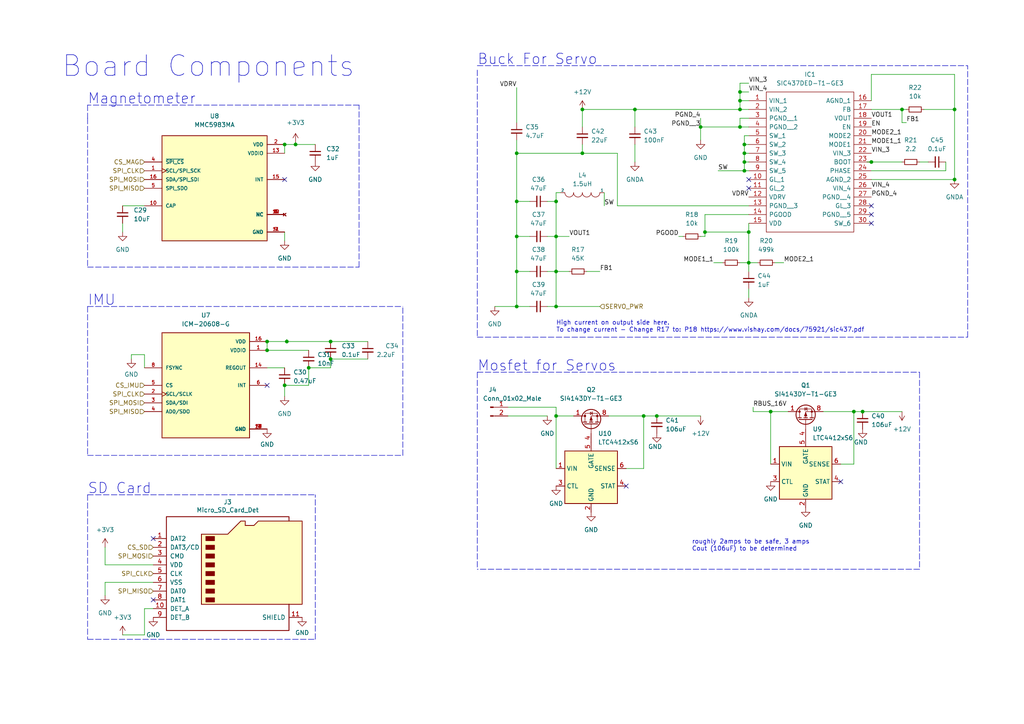
<source format=kicad_sch>
(kicad_sch (version 20211123) (generator eeschema)
  (paper "A4")
  (lib_symbols
    (symbol "Connector:Conn_01x02_Male" (pin_names (offset 1.016) hide)
      (property "Reference" "J" (at 0 2.54 0))
      (property "Value" "Conn_01x02_Male" (at 0 -5.08 0))
      (symbol "Conn_01x02_Male_1_1"
        (polyline (pts (xy 1.27 -2.54) (xy 0.8636 -2.54)) (stroke (width 0.1524)))
        (polyline (pts (xy 1.27 0) (xy 0.8636 0)) (stroke (width 0.1524)))
        (rectangle (start 0.8636 -2.413) (end 0 -2.667) (stroke (width 0.1524)) (fill (type outline)))
        (rectangle (start 0.8636 0.127) (end 0 -0.127) (stroke (width 0.1524)) (fill (type outline)))
        (pin passive line (at 5.08 0 180) (length 3.81) (name "Pin_1") (number "1"))
        (pin passive line (at 5.08 -2.54 180) (length 3.81) (name "Pin_2") (number "2"))
      )
    )
    (symbol "Connector:Micro_SD_Card_Det_Hirose_DM3AT" (pin_names (offset 1.016))
      (property "Reference" "J" (at -16.51 17.78 0))
      (property "Value" "Micro_SD_Card_Det_Hirose_DM3AT" (at 16.51 17.78 0))
      (symbol "Micro_SD_Card_Det_Hirose_DM3AT_0_1"
        (rectangle (start -7.62 -6.985) (end -5.08 -8.255) (fill (type outline)))
        (rectangle (start -7.62 -4.445) (end -5.08 -5.715) (fill (type outline)))
        (rectangle (start -7.62 -1.905) (end -5.08 -3.175) (fill (type outline)))
        (rectangle (start -7.62 0.635) (end -5.08 -0.635) (fill (type outline)))
        (rectangle (start -7.62 3.175) (end -5.08 1.905) (fill (type outline)))
        (rectangle (start -7.62 5.715) (end -5.08 4.445) (fill (type outline)))
        (rectangle (start -7.62 8.255) (end -5.08 6.985) (fill (type outline)))
        (rectangle (start -7.62 10.795) (end -5.08 9.525) (fill (type outline)))
        (polyline (pts (xy 16.51 15.24) (xy 16.51 16.51) (xy -19.05 16.51) (xy -19.05 -16.51) (xy 16.51 -16.51) (xy 16.51 -8.89)) (stroke (width 0.254)))
        (polyline (pts (xy -8.89 -8.89) (xy -8.89 11.43) (xy -1.27 11.43) (xy 2.54 15.24) (xy 3.81 15.24) (xy 3.81 13.97) (xy 6.35 13.97) (xy 7.62 15.24) (xy 20.32 15.24) (xy 20.32 -8.89) (xy -8.89 -8.89)) (stroke (width 0.254)) (fill (type background)))
      )
      (symbol "Micro_SD_Card_Det_Hirose_DM3AT_1_1"
        (pin bidirectional line (at -22.86 10.16 0) (length 3.81) (name "DAT2") (number "1"))
        (pin passive line (at -22.86 -10.16 0) (length 3.81) (name "DET_A") (number "10"))
        (pin passive line (at 20.32 -12.7 180) (length 3.81) (name "SHIELD") (number "11"))
        (pin bidirectional line (at -22.86 7.62 0) (length 3.81) (name "DAT3/CD") (number "2"))
        (pin input line (at -22.86 5.08 0) (length 3.81) (name "CMD") (number "3"))
        (pin power_in line (at -22.86 2.54 0) (length 3.81) (name "VDD") (number "4"))
        (pin input line (at -22.86 0 0) (length 3.81) (name "CLK") (number "5"))
        (pin power_in line (at -22.86 -2.54 0) (length 3.81) (name "VSS") (number "6"))
        (pin bidirectional line (at -22.86 -5.08 0) (length 3.81) (name "DAT0") (number "7"))
        (pin bidirectional line (at -22.86 -7.62 0) (length 3.81) (name "DAT1") (number "8"))
        (pin passive line (at -22.86 -12.7 0) (length 3.81) (name "DET_B") (number "9"))
      )
    )
    (symbol "Device:C_Small" (pin_numbers hide) (pin_names (offset 0.254) hide)
      (property "Reference" "C" (at 0.254 1.778 0))
      (property "Value" "C_Small" (at 0.254 -2.032 0))
      (symbol "C_Small_0_1"
        (polyline (pts (xy -1.524 -0.508) (xy 1.524 -0.508)) (stroke (width 0.3302)))
        (polyline (pts (xy -1.524 0.508) (xy 1.524 0.508)) (stroke (width 0.3048)))
      )
      (symbol "C_Small_1_1"
        (pin passive line (at 0 2.54 270) (length 2.032) (name "~") (number "1"))
        (pin passive line (at 0 -2.54 90) (length 2.032) (name "~") (number "2"))
      )
    )
    (symbol "Device:Q_PMOS_GDS" (pin_names (offset 0) hide)
      (property "Reference" "Q?" (at 6.35 1.2701 0))
      (property "Value" "SI4143DY-T1-GE3" (at 6.35 -1.2699 0))
      (symbol "Q_PMOS_GDS_0_0"
        (pin input line (at -5.08 0 0) (length 2.54) (name "G") (number "4"))
        (pin passive line (at 2.54 -5.08 90) (length 2.54) hide (name "D") (number "5"))
        (pin passive line (at 2.54 -5.08 90) (length 2.54) hide (name "D") (number "6"))
        (pin passive line (at 2.54 -5.08 90) (length 2.54) hide (name "D") (number "7"))
        (pin passive line (at 2.54 -5.08 90) (length 2.54) (name "D") (number "8"))
      )
      (symbol "Q_PMOS_GDS_0_1"
        (polyline (pts (xy 0.254 0) (xy -2.54 0)))
        (polyline (pts (xy 0.254 1.905) (xy 0.254 -1.905)) (stroke (width 0.254)))
        (polyline (pts (xy 0.762 -1.27) (xy 0.762 -2.286)) (stroke (width 0.254)))
        (polyline (pts (xy 0.762 0.508) (xy 0.762 -0.508)) (stroke (width 0.254)))
        (polyline (pts (xy 0.762 2.286) (xy 0.762 1.27)) (stroke (width 0.254)))
        (polyline (pts (xy 2.54 2.54) (xy 2.54 1.778)))
        (polyline (pts (xy 2.54 -2.54) (xy 2.54 0) (xy 0.762 0)))
        (polyline (pts (xy 0.762 1.778) (xy 3.302 1.778) (xy 3.302 -1.778) (xy 0.762 -1.778)))
        (polyline (pts (xy 2.286 0) (xy 1.27 0.381) (xy 1.27 -0.381) (xy 2.286 0)) (fill (type outline)))
        (polyline (pts (xy 2.794 -0.508) (xy 2.921 -0.381) (xy 3.683 -0.381) (xy 3.81 -0.254)))
        (polyline (pts (xy 3.302 -0.381) (xy 2.921 0.254) (xy 3.683 0.254) (xy 3.302 -0.381)))
        (circle (center 1.651 0) (radius 2.794) (stroke (width 0.254)))
        (circle (center 2.54 -1.778) (radius 0.254) (fill (type outline)))
        (circle (center 2.54 1.778) (radius 0.254) (fill (type outline)))
      )
      (symbol "Q_PMOS_GDS_1_1"
        (pin passive line (at 2.54 5.08 270) (length 2.54) (name "S") (number "1"))
        (pin passive line (at 2.54 5.08 270) (length 2.54) hide (name "S") (number "2"))
        (pin passive line (at 2.54 5.08 270) (length 2.54) hide (name "S") (number "3"))
      )
    )
    (symbol "Device:R_Small" (pin_numbers hide) (pin_names (offset 0.254) hide)
      (property "Reference" "R" (at 0.762 0.508 0))
      (property "Value" "R_Small" (at 0.762 -1.016 0))
      (symbol "R_Small_0_1"
        (rectangle (start -0.762 1.778) (end 0.762 -1.778) (stroke (width 0.2032)))
      )
      (symbol "R_Small_1_1"
        (pin passive line (at 0 2.54 270) (length 0.762) (name "~") (number "1"))
        (pin passive line (at 0 -2.54 90) (length 0.762) (name "~") (number "2"))
      )
    )
    (symbol "Power_Management:LTC4412xS6"
      (property "Reference" "U" (at -6.35 8.89 0))
      (property "Value" "LTC4412xS6" (at 6.35 8.89 0))
      (symbol "LTC4412xS6_0_1"
        (rectangle (start -7.62 7.62) (end 7.62 -7.62) (stroke (width 0.254)) (fill (type background)))
      )
      (symbol "LTC4412xS6_1_1"
        (pin power_in line (at -10.16 2.54 0) (length 2.54) (name "VIN") (number "1"))
        (pin power_in line (at 0 -10.16 90) (length 2.54) (name "GND") (number "2"))
        (pin input line (at -10.16 -2.54 0) (length 2.54) (name "CTL") (number "3"))
        (pin open_collector line (at 10.16 -2.54 180) (length 2.54) (name "STAT") (number "4"))
        (pin output line (at 0 10.16 270) (length 2.54) (name "GATE") (number "5"))
        (pin input line (at 10.16 2.54 180) (length 2.54) (name "SENSE") (number "6"))
      )
    )
    (symbol "SIC437DED-T1-GE3:SIC437DED-T1-GE3" (pin_names (offset 0.762))
      (property "Reference" "IC" (at 31.75 7.62 0))
      (property "Value" "SIC437DED-T1-GE3" (at 31.75 5.08 0))
      (symbol "SIC437DED-T1-GE3_0_0"
        (pin passive line (at 0 0 0) (length 5.08) (name "VIN_1") (number "1"))
        (pin passive line (at 0 -22.86 0) (length 5.08) (name "GL_1") (number "10"))
        (pin passive line (at 0 -25.4 0) (length 5.08) (name "GL_2") (number "11"))
        (pin passive line (at 0 -27.94 0) (length 5.08) (name "VDRV") (number "12"))
        (pin passive line (at 0 -30.48 0) (length 5.08) (name "PGND__3") (number "13"))
        (pin passive line (at 0 -33.02 0) (length 5.08) (name "PGOOD") (number "14"))
        (pin passive line (at 0 -35.56 0) (length 5.08) (name "VDD") (number "15"))
        (pin passive line (at 35.56 0 180) (length 5.08) (name "AGND_1") (number "16"))
        (pin passive line (at 35.56 -2.54 180) (length 5.08) (name "FB") (number "17"))
        (pin passive line (at 35.56 -5.08 180) (length 5.08) (name "VOUT") (number "18"))
        (pin passive line (at 35.56 -7.62 180) (length 5.08) (name "EN") (number "19"))
        (pin passive line (at 0 -2.54 0) (length 5.08) (name "VIN_2") (number "2"))
        (pin passive line (at 35.56 -10.16 180) (length 5.08) (name "MODE2") (number "20"))
        (pin passive line (at 35.56 -12.7 180) (length 5.08) (name "MODE1") (number "21"))
        (pin passive line (at 35.56 -15.24 180) (length 5.08) (name "VIN_3") (number "22"))
        (pin passive line (at 35.56 -17.78 180) (length 5.08) (name "BOOT") (number "23"))
        (pin passive line (at 35.56 -20.32 180) (length 5.08) (name "PHASE") (number "24"))
        (pin passive line (at 35.56 -22.86 180) (length 5.08) (name "AGND_2") (number "25"))
        (pin passive line (at 35.56 -25.4 180) (length 5.08) (name "VIN_4") (number "26"))
        (pin passive line (at 35.56 -27.94 180) (length 5.08) (name "PGND__4") (number "27"))
        (pin passive line (at 35.56 -30.48 180) (length 5.08) (name "GL_3") (number "28"))
        (pin passive line (at 35.56 -33.02 180) (length 5.08) (name "PGND__5") (number "29"))
        (pin passive line (at 0 -5.08 0) (length 5.08) (name "PGND__1") (number "3"))
        (pin passive line (at 35.56 -35.56 180) (length 5.08) (name "SW_6") (number "30"))
        (pin passive line (at 0 -7.62 0) (length 5.08) (name "PGND__2") (number "4"))
        (pin passive line (at 0 -10.16 0) (length 5.08) (name "SW_1") (number "5"))
        (pin passive line (at 0 -12.7 0) (length 5.08) (name "SW_2") (number "6"))
        (pin passive line (at 0 -15.24 0) (length 5.08) (name "SW_3") (number "7"))
        (pin passive line (at 0 -17.78 0) (length 5.08) (name "SW_4") (number "8"))
        (pin passive line (at 0 -20.32 0) (length 5.08) (name "SW_5") (number "9"))
      )
      (symbol "SIC437DED-T1-GE3_0_1"
        (polyline (pts (xy 5.08 2.54) (xy 30.48 2.54) (xy 30.48 -38.1) (xy 5.08 -38.1) (xy 5.08 2.54)) (stroke (width 0.1524)))
      )
    )
    (symbol "iclr:ICM-20608-G" (pin_names (offset 1.016))
      (property "Reference" "U" (at -12.7 16.002 0))
      (property "Value" "ICM-20608-G" (at -12.7 -17.78 0))
      (symbol "ICM-20608-G_0_0"
        (rectangle (start -12.7 -15.24) (end 12.7 15.24) (stroke (width 0.254)) (fill (type background)))
        (pin power_in line (at 17.78 10.16 180) (length 5.08) (name "VDDIO") (number "1"))
        (pin power_in line (at 17.78 -12.7 180) (length 5.08) (name "GND") (number "10"))
        (pin power_in line (at 17.78 -12.7 180) (length 5.08) (name "GND") (number "11"))
        (pin power_in line (at 17.78 -12.7 180) (length 5.08) (name "GND") (number "12"))
        (pin power_in line (at 17.78 -12.7 180) (length 5.08) (name "GND") (number "13"))
        (pin output line (at 17.78 5.08 180) (length 5.08) (name "REGOUT") (number "14"))
        (pin power_in line (at 17.78 -12.7 180) (length 5.08) (name "GND") (number "15"))
        (pin power_in line (at 17.78 12.7 180) (length 5.08) (name "VDD") (number "16"))
        (pin input clock (at -17.78 -2.54 0) (length 5.08) (name "SCL/SCLK") (number "2"))
        (pin bidirectional line (at -17.78 -5.08 0) (length 5.08) (name "SDA/SDI") (number "3"))
        (pin bidirectional line (at -17.78 -7.62 0) (length 5.08) (name "AD0/SDO") (number "4"))
        (pin input line (at -17.78 0 0) (length 5.08) (name "CS") (number "5"))
        (pin output line (at 17.78 0 180) (length 5.08) (name "INT") (number "6"))
        (pin input line (at -17.78 5.08 0) (length 5.08) (name "FSYNC") (number "8"))
        (pin power_in line (at 17.78 -12.7 180) (length 5.08) (name "GND") (number "9"))
      )
    )
    (symbol "iclr:MMC5983MA" (pin_names (offset 1.016))
      (property "Reference" "U" (at -15.24 15.24 0))
      (property "Value" "MMC5983MA" (at -15.24 -17.78 0))
      (symbol "MMC5983MA_0_0"
        (rectangle (start -15.24 -15.24) (end 15.24 15.24) (stroke (width 0.254)) (fill (type background)))
        (pin input clock (at -20.32 5.08 0) (length 5.08) (name "SCL/SPI_SCK") (number "1"))
        (pin passive line (at -20.32 -5.08 0) (length 5.08) (name "CAP") (number "10"))
        (pin power_in line (at 20.32 -12.7 180) (length 5.08) (name "GND") (number "11"))
        (pin no_connect line (at 20.32 -7.62 180) (length 5.08) (name "NC") (number "12"))
        (pin power_in line (at 20.32 10.16 180) (length 5.08) (name "VDDIO") (number "13"))
        (pin no_connect line (at 20.32 -7.62 180) (length 5.08) (name "NC") (number "14"))
        (pin output line (at 20.32 2.54 180) (length 5.08) (name "INT") (number "15"))
        (pin bidirectional line (at -20.32 2.54 0) (length 5.08) (name "SDA/SPI_SDI") (number "16"))
        (pin power_in line (at 20.32 12.7 180) (length 5.08) (name "VDD") (number "2"))
        (pin no_connect line (at 20.32 -7.62 180) (length 5.08) (name "NC") (number "3"))
        (pin input line (at -20.32 7.62 0) (length 5.08) (name "~{SPI_CS}") (number "4"))
        (pin output line (at -20.32 0 0) (length 5.08) (name "SPI_SDO") (number "5"))
        (pin no_connect line (at 20.32 -7.62 180) (length 5.08) (name "NC") (number "6"))
        (pin no_connect line (at 20.32 -7.62 180) (length 5.08) (name "NC") (number "7"))
        (pin no_connect line (at 20.32 -7.62 180) (length 5.08) (name "NC") (number "8"))
        (pin power_in line (at 20.32 -12.7 180) (length 5.08) (name "GND") (number "9"))
      )
    )
    (symbol "power:+12V" (power) (pin_names (offset 0))
      (property "Value" "+12V" (at 0 3.556 0))
      (symbol "+12V_0_1"
        (polyline (pts (xy -0.762 1.27) (xy 0 2.54)))
        (polyline (pts (xy 0 0) (xy 0 2.54)))
        (polyline (pts (xy 0 2.54) (xy 0.762 1.27)))
      )
      (symbol "+12V_1_1"
        (pin power_in line (at 0 0 90) (length 0) hide (name "+12V") (number "1"))
      )
    )
    (symbol "power:+3.3V" (power) (pin_names (offset 0))
      (property "Value" "+3.3V" (at 0 3.556 0))
      (symbol "+3.3V_0_1"
        (polyline (pts (xy -0.762 1.27) (xy 0 2.54)))
        (polyline (pts (xy 0 0) (xy 0 2.54)))
        (polyline (pts (xy 0 2.54) (xy 0.762 1.27)))
      )
      (symbol "+3.3V_1_1"
        (pin power_in line (at 0 0 90) (length 0) hide (name "+3V3") (number "1"))
      )
    )
    (symbol "power:GND" (power) (pin_names (offset 0))
      (property "Value" "GND" (at 0 -3.81 0))
      (symbol "GND_0_1"
        (polyline (pts (xy 0 0) (xy 0 -1.27) (xy 1.27 -1.27) (xy 0 -2.54) (xy -1.27 -1.27) (xy 0 -1.27)))
      )
      (symbol "GND_1_1"
        (pin power_in line (at 0 0 270) (length 0) hide (name "GND") (number "1"))
      )
    )
    (symbol "power:GNDA" (power) (pin_names (offset 0))
      (property "Value" "GNDA" (at 0 -3.81 0))
      (symbol "GNDA_0_1"
        (polyline (pts (xy 0 0) (xy 0 -1.27) (xy 1.27 -1.27) (xy 0 -2.54) (xy -1.27 -1.27) (xy 0 -1.27)))
      )
      (symbol "GNDA_1_1"
        (pin power_in line (at 0 0 270) (length 0) hide (name "GNDA") (number "1"))
      )
    )
    (symbol "pspice:INDUCTOR" (pin_numbers hide) (pin_names (offset 0))
      (property "Reference" "L" (at 0 2.54 0))
      (property "Value" "INDUCTOR" (at 0 -1.27 0))
      (symbol "INDUCTOR_0_1"
        (arc (start -2.54 0) (mid -3.81 1.27) (end -5.08 0))
        (arc (start 0 0) (mid -1.27 1.27) (end -2.54 0))
        (arc (start 2.54 0) (mid 1.27 1.27) (end 0 0))
        (arc (start 5.08 0) (mid 3.81 1.27) (end 2.54 0))
      )
      (symbol "INDUCTOR_1_1"
        (pin input line (at -6.35 0 0) (length 1.27) (name "1") (number "1"))
        (pin input line (at 6.35 0 180) (length 1.27) (name "2") (number "2"))
      )
    )
  )
  (junction (at 82.55 111.76))
  (junction (at 276.86 52.07))
  (junction (at 95.885 99.06))
  (junction (at 186.69 120.65))
  (junction (at 223.52 119.38))
  (junction (at 215.9 49.53))
  (junction (at 214.63 26.67))
  (junction (at 217.17 67.31))
  (junction (at 161.29 78.74))
  (junction (at 161.29 120.65))
  (junction (at 85.725 41.91))
  (junction (at 149.86 88.9))
  (junction (at 83.185 99.06))
  (junction (at 214.63 36.83))
  (junction (at 77.47 99.06))
  (junction (at 215.9 44.45))
  (junction (at 82.55 41.91))
  (junction (at 261.62 31.75))
  (junction (at 77.47 101.6))
  (junction (at 168.91 44.45))
  (junction (at 89.535 106.68))
  (junction (at 149.86 58.42))
  (junction (at 161.29 88.9))
  (junction (at 184.15 31.75))
  (junction (at 276.86 31.75))
  (junction (at 217.17 76.2))
  (junction (at 214.63 31.75))
  (junction (at 161.29 68.58))
  (junction (at 149.86 68.58))
  (junction (at 95.885 104.14))
  (junction (at 149.86 44.45))
  (junction (at 149.86 78.74))
  (junction (at 250.19 119.38))
  (junction (at 215.9 41.91))
  (junction (at 203.2 36.83))
  (junction (at 214.63 29.21))
  (junction (at 252.73 46.99))
  (junction (at 215.9 46.99))
  (junction (at 204.47 67.31))
  (junction (at 168.91 31.75))
  (junction (at 161.29 58.42))
  (junction (at 247.65 119.38))
  (junction (at 190.5 120.65))
  (no_connect (at 44.45 156.21))
  (no_connect (at 217.17 52.07))
  (no_connect (at 252.73 64.77))
  (no_connect (at 82.55 52.07))
  (no_connect (at 243.84 139.7))
  (no_connect (at 181.61 140.97))
  (no_connect (at 217.17 54.61))
  (no_connect (at 77.47 111.76))
  (no_connect (at 44.45 173.99))
  (no_connect (at 252.73 62.23))
  (no_connect (at 252.73 59.69))
  (wire (pts (xy 223.52 119.38) (xy 228.6 119.38)))
  (wire (pts (xy 215.9 39.37) (xy 215.9 41.91)))
  (wire (pts (xy 243.84 134.62) (xy 247.65 134.62)))
  (wire (pts (xy 44.45 168.91) (xy 30.48 168.91)))
  (wire (pts (xy 266.7 46.99) (xy 269.24 46.99)))
  (wire (pts (xy 215.9 41.91) (xy 215.9 44.45)))
  (wire (pts (xy 276.86 31.75) (xy 276.86 52.07)))
  (wire (pts (xy 217.17 64.77) (xy 217.17 67.31)))
  (wire (pts (xy 175.26 59.69) (xy 175.26 55.88)))
  (polyline (pts (xy 25.4 88.9) (xy 116.84 88.9)))
  (wire (pts (xy 83.185 99.06) (xy 95.885 99.06)))
  (wire (pts (xy 44.45 163.83) (xy 30.48 163.83)))
  (wire (pts (xy 217.17 78.74) (xy 217.17 76.2)))
  (polyline (pts (xy 280.67 97.79) (xy 280.67 19.05)))
  (wire (pts (xy 276.86 21.59) (xy 276.86 31.75)))
  (wire (pts (xy 161.29 55.88) (xy 162.56 55.88)))
  (wire (pts (xy 214.63 76.2) (xy 217.17 76.2)))
  (wire (pts (xy 147.32 120.65) (xy 158.75 120.65)))
  (wire (pts (xy 83.185 99.06) (xy 83.185 98.425)))
  (wire (pts (xy 267.97 31.75) (xy 276.86 31.75)))
  (wire (pts (xy 214.63 31.75) (xy 217.17 31.75)))
  (wire (pts (xy 147.32 118.11) (xy 161.29 118.11)))
  (wire (pts (xy 35.56 184.15) (xy 41.91 184.15)))
  (wire (pts (xy 217.17 76.2) (xy 219.71 76.2)))
  (wire (pts (xy 158.75 58.42) (xy 161.29 58.42)))
  (polyline (pts (xy 138.43 20.32) (xy 138.43 97.79)))
  (wire (pts (xy 252.73 46.99) (xy 261.62 46.99)))
  (wire (pts (xy 204.47 62.23) (xy 217.17 62.23)))
  (wire (pts (xy 95.885 106.68) (xy 95.885 104.14)))
  (wire (pts (xy 217.17 67.31) (xy 217.17 76.2)))
  (wire (pts (xy 261.62 31.75) (xy 261.62 35.56)))
  (polyline (pts (xy 91.44 185.42) (xy 91.44 143.51)))
  (polyline (pts (xy 25.4 185.42) (xy 91.44 185.42)))
  (wire (pts (xy 274.32 49.53) (xy 274.32 46.99)))
  (wire (pts (xy 95.885 104.14) (xy 106.68 104.14)))
  (wire (pts (xy 30.48 168.91) (xy 30.48 172.72)))
  (wire (pts (xy 247.65 119.38) (xy 250.19 119.38)))
  (wire (pts (xy 215.9 46.99) (xy 217.17 46.99)))
  (wire (pts (xy 41.91 176.53) (xy 44.45 176.53)))
  (wire (pts (xy 161.29 55.88) (xy 161.29 58.42)))
  (wire (pts (xy 186.69 120.65) (xy 190.5 120.65)))
  (wire (pts (xy 165.1 78.74) (xy 161.29 78.74)))
  (wire (pts (xy 161.29 120.65) (xy 161.29 135.89)))
  (wire (pts (xy 247.65 134.62) (xy 247.65 119.38)))
  (wire (pts (xy 218.44 118.11) (xy 218.44 119.38)))
  (wire (pts (xy 217.17 83.82) (xy 217.17 86.36)))
  (wire (pts (xy 85.725 41.91) (xy 91.44 41.91)))
  (wire (pts (xy 204.47 68.58) (xy 204.47 67.31)))
  (wire (pts (xy 252.73 21.59) (xy 252.73 29.21)))
  (wire (pts (xy 158.75 88.9) (xy 161.29 88.9)))
  (wire (pts (xy 203.2 34.29) (xy 203.2 36.83)))
  (wire (pts (xy 158.75 78.74) (xy 161.29 78.74)))
  (wire (pts (xy 161.29 68.58) (xy 165.1 68.58)))
  (wire (pts (xy 208.28 49.53) (xy 215.9 49.53)))
  (wire (pts (xy 161.29 78.74) (xy 161.29 88.9)))
  (wire (pts (xy 214.63 36.83) (xy 217.17 36.83)))
  (wire (pts (xy 168.91 41.91) (xy 168.91 44.45)))
  (wire (pts (xy 224.79 76.2) (xy 227.33 76.2)))
  (wire (pts (xy 85.725 41.275) (xy 85.725 41.91)))
  (polyline (pts (xy 116.84 132.08) (xy 116.84 88.9)))
  (wire (pts (xy 149.86 40.64) (xy 149.86 44.45)))
  (wire (pts (xy 250.19 119.38) (xy 261.62 119.38)))
  (wire (pts (xy 215.9 44.45) (xy 215.9 46.99)))
  (wire (pts (xy 149.86 88.9) (xy 153.67 88.9)))
  (wire (pts (xy 82.55 111.76) (xy 89.535 111.76)))
  (wire (pts (xy 89.535 106.68) (xy 95.885 106.68)))
  (wire (pts (xy 184.15 41.91) (xy 184.15 46.99)))
  (wire (pts (xy 149.86 78.74) (xy 153.67 78.74)))
  (wire (pts (xy 161.29 68.58) (xy 161.29 78.74)))
  (wire (pts (xy 184.15 31.75) (xy 184.15 36.83)))
  (wire (pts (xy 95.885 99.06) (xy 106.68 99.06)))
  (wire (pts (xy 149.86 68.58) (xy 149.86 78.74)))
  (wire (pts (xy 161.29 120.65) (xy 166.37 120.65)))
  (wire (pts (xy 215.9 49.53) (xy 217.17 49.53)))
  (polyline (pts (xy 266.7 165.1) (xy 138.43 165.1)))
  (wire (pts (xy 214.63 26.67) (xy 214.63 29.21)))
  (wire (pts (xy 179.07 59.69) (xy 179.07 44.45)))
  (wire (pts (xy 41.91 102.87) (xy 38.1 102.87)))
  (wire (pts (xy 77.47 99.06) (xy 83.185 99.06)))
  (wire (pts (xy 184.15 31.75) (xy 214.63 31.75)))
  (wire (pts (xy 149.86 44.45) (xy 168.91 44.45)))
  (wire (pts (xy 143.51 88.9) (xy 149.86 88.9)))
  (wire (pts (xy 217.17 34.29) (xy 214.63 34.29)))
  (wire (pts (xy 168.91 44.45) (xy 179.07 44.45)))
  (wire (pts (xy 176.53 120.65) (xy 186.69 120.65)))
  (wire (pts (xy 158.75 68.58) (xy 161.29 68.58)))
  (wire (pts (xy 77.47 101.6) (xy 89.535 101.6)))
  (wire (pts (xy 41.91 184.15) (xy 41.91 176.53)))
  (wire (pts (xy 161.29 88.9) (xy 173.99 88.9)))
  (wire (pts (xy 149.86 58.42) (xy 153.67 58.42)))
  (wire (pts (xy 149.86 78.74) (xy 149.86 88.9)))
  (wire (pts (xy 261.62 31.75) (xy 262.89 31.75)))
  (polyline (pts (xy 25.4 88.9) (xy 25.4 132.08)))
  (polyline (pts (xy 25.4 132.08) (xy 116.84 132.08)))
  (wire (pts (xy 149.86 58.42) (xy 149.86 68.58)))
  (wire (pts (xy 252.73 31.75) (xy 261.62 31.75)))
  (wire (pts (xy 204.47 67.31) (xy 204.47 62.23)))
  (wire (pts (xy 89.535 111.76) (xy 89.535 106.68)))
  (wire (pts (xy 77.47 99.06) (xy 77.47 101.6)))
  (wire (pts (xy 215.9 41.91) (xy 217.17 41.91)))
  (wire (pts (xy 215.9 46.99) (xy 215.9 49.53)))
  (wire (pts (xy 38.1 102.87) (xy 38.1 104.14)))
  (wire (pts (xy 252.73 21.59) (xy 276.86 21.59)))
  (polyline (pts (xy 104.14 77.47) (xy 104.14 30.48)))
  (wire (pts (xy 149.86 44.45) (xy 149.86 58.42)))
  (wire (pts (xy 252.73 52.07) (xy 276.86 52.07)))
  (wire (pts (xy 252.73 49.53) (xy 274.32 49.53)))
  (wire (pts (xy 214.63 34.29) (xy 214.63 36.83)))
  (wire (pts (xy 218.44 119.38) (xy 223.52 119.38)))
  (wire (pts (xy 207.01 76.2) (xy 209.55 76.2)))
  (wire (pts (xy 251.46 46.99) (xy 252.73 46.99)))
  (wire (pts (xy 168.91 31.75) (xy 168.91 36.83)))
  (wire (pts (xy 35.56 64.77) (xy 35.56 67.31)))
  (wire (pts (xy 82.55 111.76) (xy 82.55 114.935)))
  (wire (pts (xy 261.62 35.56) (xy 262.89 35.56)))
  (polyline (pts (xy 25.4 143.51) (xy 25.4 185.42)))
  (wire (pts (xy 215.9 44.45) (xy 217.17 44.45)))
  (wire (pts (xy 247.65 119.38) (xy 238.76 119.38)))
  (polyline (pts (xy 25.4 34.29) (xy 25.4 77.47)))
  (wire (pts (xy 214.63 24.13) (xy 214.63 26.67)))
  (wire (pts (xy 77.47 106.68) (xy 82.55 106.68)))
  (wire (pts (xy 35.56 59.69) (xy 41.91 59.69)))
  (polyline (pts (xy 25.4 77.47) (xy 104.14 77.47)))
  (polyline (pts (xy 104.14 30.48) (xy 25.4 30.48)))
  (wire (pts (xy 186.69 135.89) (xy 181.61 135.89)))
  (wire (pts (xy 82.55 41.91) (xy 82.55 44.45)))
  (wire (pts (xy 203.2 68.58) (xy 204.47 68.58)))
  (wire (pts (xy 41.91 106.68) (xy 41.91 102.87)))
  (polyline (pts (xy 138.43 97.79) (xy 280.67 97.79)))
  (wire (pts (xy 30.48 158.75) (xy 30.48 163.83)))
  (wire (pts (xy 214.63 26.67) (xy 217.17 26.67)))
  (wire (pts (xy 223.52 134.62) (xy 223.52 119.38)))
  (wire (pts (xy 203.2 36.83) (xy 214.63 36.83)))
  (wire (pts (xy 203.2 36.83) (xy 203.2 40.64)))
  (wire (pts (xy 196.85 68.58) (xy 198.12 68.58)))
  (polyline (pts (xy 138.43 107.95) (xy 138.43 165.1)))
  (wire (pts (xy 214.63 29.21) (xy 214.63 31.75)))
  (wire (pts (xy 168.91 31.75) (xy 184.15 31.75)))
  (wire (pts (xy 149.86 68.58) (xy 153.67 68.58)))
  (wire (pts (xy 217.17 24.13) (xy 214.63 24.13)))
  (polyline (pts (xy 25.4 143.51) (xy 91.44 143.51)))
  (wire (pts (xy 149.86 25.4) (xy 149.86 35.56)))
  (wire (pts (xy 214.63 29.21) (xy 217.17 29.21)))
  (wire (pts (xy 161.29 58.42) (xy 161.29 68.58)))
  (wire (pts (xy 215.9 39.37) (xy 217.17 39.37)))
  (wire (pts (xy 186.69 120.65) (xy 186.69 135.89)))
  (wire (pts (xy 161.29 118.11) (xy 161.29 120.65)))
  (wire (pts (xy 82.55 67.31) (xy 82.55 69.85)))
  (polyline (pts (xy 138.43 19.05) (xy 280.67 19.05)))
  (polyline (pts (xy 266.7 107.95) (xy 266.7 165.1)))
  (polyline (pts (xy 138.43 107.95) (xy 266.7 107.95)))
  (wire (pts (xy 170.18 78.74) (xy 173.99 78.74)))
  (polyline (pts (xy 25.4 30.48) (xy 25.4 34.29)))
  (wire (pts (xy 179.07 59.69) (xy 217.17 59.69)))
  (wire (pts (xy 85.725 41.91) (xy 82.55 41.91)))
  (wire (pts (xy 190.5 120.65) (xy 203.2 120.65)))
  (wire (pts (xy 204.47 67.31) (xy 217.17 67.31)))
  (text "High current on output side here.\nTo change current - Change R17 to: P18 https://www.vishay.com/docs/75921/sic437.pdf\n" (at 161.29 96.52 0) (effects (font (size 1.27 1.27)) (justify left bottom)))
  (text "Magnetometer\n" (at 25.4 30.48 0) (effects (font (size 3 3)) (justify left bottom)))
  (text "SD Card" (at 25.4 143.51 0) (effects (font (size 3 3)) (justify left bottom)))
  (text "Buck For Servo" (at 138.43 19.05 0) (effects (font (size 3 3)) (justify left bottom)))
  (text "Board Components" (at 17.78 22.86 0) (effects (font (size 6 6)) (justify left bottom)))
  (text "Mosfet for Servos" (at 138.43 107.95 0) (effects (font (size 3 3)) (justify left bottom)))
  (text "roughly 2amps to be safe, 3 amps\nCout (106uF) to be determined\n" (at 200.66 160.02 0) (effects (font (size 1.27 1.27)) (justify left bottom)))
  (text "IMU\n" (at 25.4 88.9 0) (effects (font (size 3 3)) (justify left bottom)))
  (label "FB1" (at 173.99 78.74 0))
  (label "VIN_3" (at 252.73 44.45 0))
  (label "PGND_4" (at 203.2 34.29 180))
  (label "PGOOD" (at 196.85 68.58 180))
  (label "PGND__3" (at 203.2 36.83 180))
  (label "VIN_4" (at 217.17 26.67 0))
  (label "PGND_4" (at 252.73 57.15 0))
  (label "VDRV" (at 217.17 57.15 180))
  (label "SW" (at 175.26 59.69 0))
  (label "MODE1_1" (at 252.73 41.91 0))
  (label "MODE2_1" (at 252.73 39.37 0))
  (label "MODE2_1" (at 227.33 76.2 0))
  (label "VOUT1" (at 165.1 68.58 0))
  (label "RBUS_16V" (at 218.44 118.11 0))
  (label "SW" (at 208.28 49.53 0))
  (label "VIN_3" (at 217.17 24.13 0))
  (label "VIN_4" (at 252.73 54.61 0))
  (label "EN" (at 252.73 36.83 0))
  (label "VOUT1" (at 252.73 34.29 0))
  (label "MODE1_1" (at 207.01 76.2 180))
  (label "FB1" (at 262.89 35.56 0))
  (label "VDRV" (at 149.86 25.4 180))
  (hierarchical_label "SPI_MISO" (shape input) (at 41.91 54.61 180))
  (hierarchical_label "SERVO_PWR" (shape input) (at 173.99 88.9 0))
  (hierarchical_label "SPI_MOSI" (shape input) (at 44.45 161.29 180))
  (hierarchical_label "SPI_MOSI" (shape input) (at 41.91 52.07 180))
  (hierarchical_label "SPI_MISO" (shape input) (at 41.91 119.38 180))
  (hierarchical_label "SPI_MOSI" (shape input) (at 41.91 116.84 180))
  (hierarchical_label "SPI_CLK" (shape input) (at 41.91 49.53 180))
  (hierarchical_label "SPI_MISO" (shape input) (at 44.45 171.45 180))
  (hierarchical_label "CS_MAG" (shape input) (at 41.91 46.99 180))
  (hierarchical_label "CS_SD" (shape input) (at 44.45 158.75 180))
  (hierarchical_label "SPI_CLK" (shape input) (at 41.91 114.3 180))
  (hierarchical_label "CS_IMU" (shape input) (at 41.91 111.76 180))
  (hierarchical_label "SPI_CLK" (shape input) (at 44.45 166.37 180))
  (symbol (lib_id "Device:R_Small") (at 222.25 76.2 90) (unit 1)
    (property "Reference" "R20" (at 222.25 69.85 90))
    (property "Value" "499k" (at 222.25 72.39 90))
    (property "Footprint" "Resistor_SMD:R_0603_1608Metric" (effects hide))
  )
  (symbol (lib_id "Device:C_Small") (at 250.19 121.92 0) (unit 1)
    (property "Reference" "C40" (at 252.73 120.6562 0) (effects (justify left)))
    (property "Value" "106uF" (at 252.73 123.1962 0) (effects (justify left)))
    (property "Footprint" "Capacitor_SMD:C_0805_2012Metric" (effects hide))
  )
  (symbol (lib_id "power:GND") (at 38.1 104.14 0) (unit 1)
    (property "Reference" "#PWR058" (effects hide))
    (property "Value" "GND" (at 38.1 108.585 0))
  )
  (symbol (lib_id "power:GND") (at 143.51 88.9 0) (unit 1)
    (property "Reference" "#PWR068" (effects hide))
    (property "Value" "GND" (at 143.51 93.98 0))
  )
  (symbol (lib_id "Power_Management:LTC4412xS6") (at 233.68 137.16 0) (unit 1)
    (property "Reference" "U9" (at 235.6994 124.46 0) (effects (justify left)))
    (property "Value" "LTC4412xS6" (at 235.6994 127 0) (effects (justify left)))
    (property "Footprint" "Package_TO_SOT_SMD:TSOT-23-6" (effects hide))
    (property "Datasheet" "https://www.analog.com/media/en/technical-documentation/data-sheets/4412fb.pdf" (effects hide))
  )
  (symbol (lib_id "Device:C_Small") (at 156.21 88.9 270) (unit 1)
    (property "Reference" "C39" (at 156.2036 82.55 90))
    (property "Value" "47uF" (at 156.2036 85.09 90))
    (property "Footprint" "Capacitor_SMD:C_1206_3216Metric" (effects hide))
  )
  (symbol (lib_id "Device:Q_PMOS_GDS") (at 171.45 123.19 90) (unit 1)
    (property "Reference" "Q2" (at 171.45 113.03 90))
    (property "Value" "SI4143DY-T1-GE3" (at 171.45 115.57 90))
    (property "Footprint" "Package_SO:SOIC-8_3.9x4.9mm_P1.27mm" (effects hide))
  )
  (symbol (lib_id "Device:C_Small") (at 217.17 81.28 0) (unit 1)
    (property "Reference" "C44" (at 219.71 80.0162 0) (effects (justify left)))
    (property "Value" "1uF" (at 219.71 82.5562 0) (effects (justify left)))
    (property "Footprint" "Capacitor_SMD:C_0603_1608Metric" (effects hide))
  )
  (symbol (lib_id "Device:C_Small") (at 149.86 38.1 0) (unit 1)
    (property "Reference" "C35" (at 152.4 36.8362 0) (effects (justify left)))
    (property "Value" "4.7uF" (at 152.4 39.3762 0) (effects (justify left)))
    (property "Footprint" "Capacitor_SMD:C_0402_1005Metric" (effects hide))
  )
  (symbol (lib_id "power:GNDA") (at 217.17 86.36 0) (unit 1)
    (property "Reference" "#PWR078" (effects hide))
    (property "Value" "GNDA" (at 217.17 91.44 0))
  )
  (symbol (lib_id "Device:C_Small") (at 168.91 39.37 0) (unit 1)
    (property "Reference" "C42" (at 171.45 38.1062 0) (effects (justify left)))
    (property "Value" "22uF" (at 171.45 40.6462 0) (effects (justify left)))
    (property "Footprint" "Capacitor_SMD:C_1206_3216Metric" (effects hide))
  )
  (symbol (lib_id "Power_Management:LTC4412xS6") (at 171.45 138.43 0) (unit 1)
    (property "Reference" "U10" (at 173.4694 125.73 0) (effects (justify left)))
    (property "Value" "LTC4412xS6" (at 173.4694 128.27 0) (effects (justify left)))
    (property "Footprint" "Package_TO_SOT_SMD:TSOT-23-6" (effects hide))
    (property "Datasheet" "https://www.analog.com/media/en/technical-documentation/data-sheets/4412fb.pdf" (effects hide))
  )
  (symbol (lib_id "Device:R_Small") (at 264.16 46.99 90) (unit 1)
    (property "Reference" "R21" (at 264.16 40.64 90))
    (property "Value" "2.2" (at 264.16 43.18 90))
    (property "Footprint" "Resistor_SMD:R_0603_1608Metric" (effects hide))
  )
  (symbol (lib_id "Device:R_Small") (at 265.43 31.75 90) (unit 1)
    (property "Reference" "R22" (at 265.43 25.4 90))
    (property "Value" "10k" (at 265.43 27.94 90))
    (property "Footprint" "Resistor_SMD:R_0402_1005Metric" (effects hide))
  )
  (symbol (lib_id "SIC437DED-T1-GE3:SIC437DED-T1-GE3") (at 217.17 29.21 0) (unit 1)
    (property "Reference" "IC1" (at 234.95 21.59 0))
    (property "Value" "SIC437DED-T1-GE3" (at 234.95 24.13 0))
    (property "Footprint" "iclr:SIC437DEDT1GE3" (effects hide))
    (property "Datasheet" "https://www.vishay.com/docs/75921/sic437.pdf" (effects hide))
    (property "Description" "Switching Voltage Regulators 12A; Ext; Pwr Saving PowerPAK MLP44-24L" (effects hide))
    (property "Height" "0.8" (effects hide))
    (property "Manufacturer_Name" "Vishay" (effects hide))
    (property "Manufacturer_Part_Number" "SIC437DED-T1-GE3" (effects hide))
    (property "Mouser Part Number" "78-SIC437DED-T1-GE3" (effects hide))
    (property "Mouser Price/Stock" "https://www.mouser.co.uk/ProductDetail/Vishay-Siliconix/SIC437DED-T1-GE3?qs=F5EMLAvA7IBPwzCIb2YJug%3D%3D" (effects hide))
    (property "Arrow Part Number" "SIC437DED-T1-GE3" (effects hide))
    (property "Arrow Price/Stock" "https://www.arrow.com/en/products/sic437ded-t1-ge3/vishay" (effects hide))
  )
  (symbol (lib_id "Device:C_Small") (at 184.15 39.37 0) (unit 1)
    (property "Reference" "C43" (at 186.69 38.1062 0) (effects (justify left)))
    (property "Value" "100nF" (at 186.69 40.6462 0) (effects (justify left)))
    (property "Footprint" "Capacitor_SMD:C_0805_2012Metric" (effects hide))
  )
  (symbol (lib_id "power:GND") (at 223.52 139.7 0) (unit 1)
    (property "Reference" "#PWR066" (effects hide))
    (property "Value" "GND" (at 223.52 144.78 0))
  )
  (symbol (lib_id "power:GND") (at 44.45 179.07 0) (unit 1)
    (property "Reference" "#PWR059" (effects hide))
    (property "Value" "GND" (at 44.45 184.15 0))
  )
  (symbol (lib_id "power:GND") (at 158.75 120.65 0) (unit 1)
    (property "Reference" "#PWR065" (effects hide))
    (property "Value" "GND" (at 158.75 125.73 0))
  )
  (symbol (lib_id "Connector:Micro_SD_Card_Det_Hirose_DM3AT") (at 67.31 166.37 0) (unit 1)
    (property "Reference" "J3" (at 66.04 145.6182 0))
    (property "Value" "Micro_SD_Card_Det" (at 66.04 147.9296 0))
    (property "Footprint" "Connector_Card:microSD_HC_Hirose_DM3AT-SF-PEJM5" (effects hide))
    (property "Datasheet" "https://www.hirose.com/product/en/download_file/key_name/DM3/category/Catalog/doc_file_id/49662/?file_category_id=4&item_id=195&is_series=1" (effects hide))
  )
  (symbol (lib_id "iclr:ICM-20608-G") (at 59.69 111.76 0) (unit 1)
    (property "Reference" "U7" (at 59.69 91.44 0))
    (property "Value" "ICM-20608-G" (at 59.69 93.98 0))
    (property "Footprint" "iclr:PQFN50P300X300X80-16N" (effects hide))
    (property "MANUFACTURER" "TDK" (effects hide))
    (property "PARTREV" "1.0" (effects hide))
    (property "STANDARD" "IPC-7351B" (effects hide))
  )
  (symbol (lib_id "Device:C_Small") (at 35.56 62.23 0) (unit 1)
    (property "Reference" "C29" (at 38.735 60.9662 0) (effects (justify left)))
    (property "Value" "10uF" (at 38.735 63.5062 0) (effects (justify left)))
    (property "Footprint" "Capacitor_SMD:C_0603_1608Metric" (effects hide))
  )
  (symbol (lib_id "pspice:INDUCTOR") (at 168.91 55.88 180) (unit 1)
    (property "Reference" "L4" (at 168.91 50.8 0))
    (property "Value" "1.5uH" (at 168.91 53.34 0))
    (property "Footprint" "Inductor_SMD:L_1206_3216Metric" (effects hide))
  )
  (symbol (lib_id "Device:R_Small") (at 167.64 78.74 90) (unit 1)
    (property "Reference" "R17" (at 167.64 72.39 90))
    (property "Value" "45K" (at 167.64 74.93 90))
    (property "Footprint" "Resistor_SMD:R_0402_1005Metric" (effects hide))
  )
  (symbol (lib_id "power:+3.3V") (at 35.56 184.15 0) (unit 1)
    (property "Reference" "#PWR056" (effects hide))
    (property "Value" "+3.3V" (at 35.56 179.07 0))
  )
  (symbol (lib_id "power:GND") (at 82.55 69.85 0) (unit 1)
    (property "Reference" "#PWR061" (effects hide))
    (property "Value" "GND" (at 82.55 74.93 0))
  )
  (symbol (lib_id "power:+12V") (at 203.2 120.65 180) (unit 1)
    (property "Reference" "#PWR075" (effects hide))
    (property "Value" "+12V" (at 203.2 125.73 0))
  )
  (symbol (lib_id "power:GND") (at 87.63 179.07 0) (unit 1)
    (property "Reference" "#PWR063" (effects hide))
    (property "Value" "GND" (at 87.63 183.515 0))
  )
  (symbol (lib_id "Device:C_Small") (at 156.21 68.58 270) (unit 1)
    (property "Reference" "C37" (at 156.2036 62.23 90))
    (property "Value" "47uF" (at 156.2036 64.77 90))
    (property "Footprint" "Capacitor_SMD:C_1206_3216Metric" (effects hide))
  )
  (symbol (lib_id "Device:C_Small") (at 156.21 58.42 270) (unit 1)
    (property "Reference" "C36" (at 156.2036 52.07 90))
    (property "Value" "47uF" (at 156.2036 54.61 90))
    (property "Footprint" "Capacitor_SMD:C_1206_3216Metric" (effects hide))
  )
  (symbol (lib_id "Device:C_Small") (at 190.5 123.19 0) (unit 1)
    (property "Reference" "C41" (at 193.04 121.9262 0) (effects (justify left)))
    (property "Value" "106uF" (at 193.04 124.4662 0) (effects (justify left)))
    (property "Footprint" "Capacitor_SMD:C_0805_2012Metric" (effects hide))
  )
  (symbol (lib_id "power:GND") (at 203.2 40.64 0) (unit 1)
    (property "Reference" "#PWR077" (effects hide))
    (property "Value" "GND" (at 203.2 45.72 0))
  )
  (symbol (lib_id "Device:C_Small") (at 156.21 78.74 270) (unit 1)
    (property "Reference" "C38" (at 156.2036 72.39 90))
    (property "Value" "47uF" (at 156.2036 74.93 90))
    (property "Footprint" "Capacitor_SMD:C_1206_3216Metric" (effects hide))
  )
  (symbol (lib_id "power:GND") (at 35.56 67.31 0) (unit 1)
    (property "Reference" "#PWR057" (effects hide))
    (property "Value" "GND" (at 35.56 72.39 0))
  )
  (symbol (lib_id "power:GND") (at 91.44 46.99 0) (unit 1)
    (property "Reference" "#PWR064" (effects hide))
    (property "Value" "GND" (at 91.44 52.07 0))
  )
  (symbol (lib_id "Device:R_Small") (at 212.09 76.2 90) (unit 1)
    (property "Reference" "R19" (at 212.09 69.85 90))
    (property "Value" "100k" (at 212.09 72.39 90))
    (property "Footprint" "Resistor_SMD:R_0402_1005Metric" (effects hide))
  )
  (symbol (lib_id "power:+12V") (at 168.91 31.75 0) (unit 1)
    (property "Reference" "#PWR073" (effects hide))
    (property "Value" "+12V" (at 168.91 26.67 0))
  )
  (symbol (lib_id "Device:Q_PMOS_GDS") (at 233.68 121.92 90) (unit 1)
    (property "Reference" "Q1" (at 233.68 111.76 90))
    (property "Value" "SI4143DY-T1-GE3" (at 233.68 114.3 90))
    (property "Footprint" "Package_SO:SOIC-8_3.9x4.9mm_P1.27mm" (effects hide))
  )
  (symbol (lib_id "Device:C_Small") (at 106.68 101.6 0) (unit 1)
    (property "Reference" "C34" (at 111.76 100.33 0) (effects (justify left)))
    (property "Value" "2.2uF" (at 109.22 102.8762 0) (effects (justify left)))
    (property "Footprint" "Capacitor_SMD:C_0603_1608Metric" (effects hide))
  )
  (symbol (lib_id "Device:C_Small") (at 95.885 101.6 0) (unit 1)
    (property "Reference" "C33" (at 99.06 100.3362 0) (effects (justify left)))
    (property "Value" "0.1uF" (at 99.06 102.8762 0) (effects (justify left)))
    (property "Footprint" "Capacitor_SMD:C_0603_1608Metric" (effects hide))
  )
  (symbol (lib_id "power:GND") (at 30.48 172.72 0) (unit 1)
    (property "Reference" "#PWR055" (effects hide))
    (property "Value" "GND" (at 30.48 177.8 0))
  )
  (symbol (lib_id "power:GND") (at 82.55 114.935 0) (unit 1)
    (property "Reference" "#PWR0102" (effects hide))
    (property "Value" "GND" (at 82.55 120.015 0))
  )
  (symbol (lib_id "Device:C_Small") (at 82.55 109.22 0) (unit 1)
    (property "Reference" "C30" (at 85.09 107.9562 0) (effects (justify left)))
    (property "Value" "0.47uF" (at 85.09 110.4962 0) (effects (justify left)))
    (property "Footprint" "Capacitor_SMD:C_0603_1608Metric" (effects hide))
  )
  (symbol (lib_id "power:+3.3V") (at 85.725 41.275 0) (unit 1)
    (property "Reference" "#PWR062" (effects hide))
    (property "Value" "+3.3V" (at 85.725 35.56 0))
  )
  (symbol (lib_id "iclr:MMC5983MA") (at 62.23 54.61 0) (unit 1)
    (property "Reference" "U8" (at 62.23 33.655 0))
    (property "Value" "MMC5983MA" (at 62.23 36.195 0))
    (property "Footprint" "iclr:PQFN50P300X300X100-16N" (effects hide))
    (property "MANUFACTURER" "Memsic Inc." (effects hide))
    (property "MAXIMUM_PACKAGE_HEIGHT" "1.00 mm" (effects hide))
    (property "PARTREV" "A" (effects hide))
    (property "STANDARD" "IPC 7351B" (effects hide))
  )
  (symbol (lib_id "power:+12V") (at 261.62 119.38 180) (unit 1)
    (property "Reference" "#PWR074" (effects hide))
    (property "Value" "+12V" (at 261.62 124.46 0))
  )
  (symbol (lib_id "power:+3.3V") (at 30.48 158.75 0) (unit 1)
    (property "Reference" "#PWR054" (effects hide))
    (property "Value" "+3.3V" (at 30.48 153.67 0))
  )
  (symbol (lib_id "power:GND") (at 77.47 124.46 0) (unit 1)
    (property "Reference" "#PWR060" (effects hide))
    (property "Value" "GND" (at 77.47 128.905 0))
  )
  (symbol (lib_id "power:GND") (at 190.5 125.73 0) (unit 1)
    (property "Reference" "#PWR072" (effects hide))
    (property "Value" "GND" (at 187.96 129.54 0) (effects (justify left)))
  )
  (symbol (lib_id "power:GND") (at 161.29 140.97 0) (unit 1)
    (property "Reference" "#PWR067" (effects hide))
    (property "Value" "GND" (at 161.29 146.05 0))
  )
  (symbol (lib_id "power:GND") (at 233.68 147.32 0) (unit 1)
    (property "Reference" "#PWR069" (effects hide))
    (property "Value" "GND" (at 233.68 152.4 0))
  )
  (symbol (lib_id "Device:C_Small") (at 91.44 44.45 0) (unit 1)
    (property "Reference" "C32" (at 94.615 43.1862 0) (effects (justify left)))
    (property "Value" "1uF" (at 94.615 45.7262 0) (effects (justify left)))
    (property "Footprint" "Capacitor_SMD:C_0603_1608Metric" (effects hide))
  )
  (symbol (lib_id "power:GND") (at 250.19 124.46 0) (unit 1)
    (property "Reference" "#PWR071" (effects hide))
    (property "Value" "GND" (at 247.65 128.27 0) (effects (justify left)))
  )
  (symbol (lib_id "power:GNDA") (at 276.86 52.07 0) (unit 1)
    (property "Reference" "#PWR079" (effects hide))
    (property "Value" "GNDA" (at 276.86 57.15 0))
  )
  (symbol (lib_id "Connector:Conn_01x02_Male") (at 142.24 118.11 0) (unit 1)
    (property "Reference" "J4" (at 142.875 113.03 0))
    (property "Value" "Conn_01x02_Male" (at 148.59 115.57 0))
    (property "Footprint" "Connector_AMASS:AMASS_XT60-M_1x02_P7.20mm_Vertical" (effects hide))
  )
  (symbol (lib_id "Device:C_Small") (at 271.78 46.99 270) (unit 1)
    (property "Reference" "C45" (at 271.7736 40.64 90))
    (property "Value" "0.1uF" (at 271.7736 43.18 90))
    (property "Footprint" "Capacitor_SMD:C_0603_1608Metric" (effects hide))
  )
  (symbol (lib_id "power:GNDA") (at 184.15 46.99 0) (unit 1)
    (property "Reference" "#PWR076" (effects hide))
    (property "Value" "GNDA" (at 184.15 52.07 0))
  )
  (symbol (lib_id "Device:C_Small") (at 89.535 104.14 0) (unit 1)
    (property "Reference" "C31" (at 92.075 102.8762 0) (effects (justify left)))
    (property "Value" "10nF" (at 92.075 105.4162 0) (effects (justify left)))
    (property "Footprint" "Capacitor_SMD:C_0603_1608Metric" (effects hide))
  )
  (symbol (lib_id "power:GND") (at 171.45 148.59 0) (unit 1)
    (property "Reference" "#PWR070" (effects hide))
    (property "Value" "GND" (at 171.45 153.67 0))
  )
  (symbol (lib_id "Device:R_Small") (at 200.66 68.58 90) (unit 1)
    (property "Reference" "R18" (at 200.66 62.23 90))
    (property "Value" "10k" (at 200.66 64.77 90))
    (property "Footprint" "Resistor_SMD:R_0402_1005Metric" (effects hide))
  )
)
</source>
